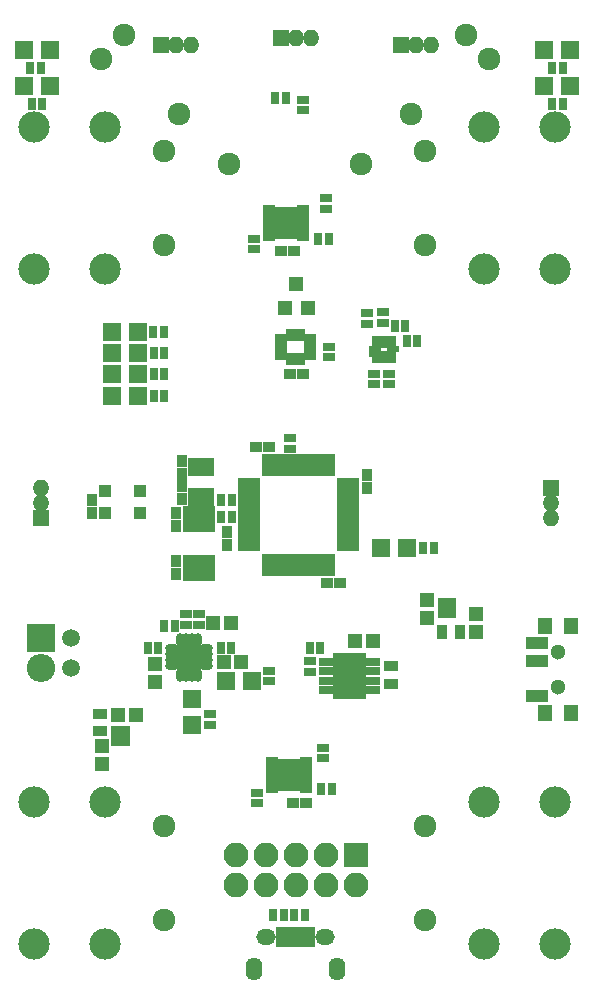
<source format=gbr>
G04 #@! TF.FileFunction,Soldermask,Top*
%FSLAX46Y46*%
G04 Gerber Fmt 4.6, Leading zero omitted, Abs format (unit mm)*
G04 Created by KiCad (PCBNEW 4.0.7-e2-6376~58~ubuntu16.04.1) date Mon Apr 16 03:32:28 2018*
%MOMM*%
%LPD*%
G01*
G04 APERTURE LIST*
%ADD10C,0.100000*%
%ADD11R,1.100000X0.650000*%
%ADD12R,1.290000X1.575000*%
%ADD13R,1.200000X1.150000*%
%ADD14R,1.000000X0.900000*%
%ADD15R,0.900000X1.000000*%
%ADD16R,1.150000X1.200000*%
%ADD17R,2.100000X2.100000*%
%ADD18O,2.100000X2.100000*%
%ADD19R,1.600000X1.600000*%
%ADD20R,1.400000X1.400000*%
%ADD21O,1.400000X1.400000*%
%ADD22R,0.800000X1.750000*%
%ADD23O,1.650000X1.350000*%
%ADD24O,1.400000X1.950000*%
%ADD25O,2.398980X2.398980*%
%ADD26R,2.398980X2.398980*%
%ADD27C,1.500000*%
%ADD28R,1.300000X0.900000*%
%ADD29R,0.900000X1.300000*%
%ADD30C,2.650000*%
%ADD31C,1.924000*%
%ADD32R,1.200000X1.300000*%
%ADD33R,1.000000X0.800000*%
%ADD34R,0.800000X1.000000*%
%ADD35C,1.300000*%
%ADD36R,1.900000X1.100000*%
%ADD37R,1.200000X1.400000*%
%ADD38R,1.050000X1.100000*%
%ADD39R,1.150000X0.750000*%
%ADD40R,1.650000X1.300000*%
%ADD41R,0.650000X1.075000*%
%ADD42R,1.075000X0.650000*%
%ADD43R,0.600000X1.000000*%
%ADD44R,1.000000X0.600000*%
%ADD45R,0.600000X0.550000*%
%ADD46R,1.873200X0.679400*%
%ADD47R,0.679400X1.873200*%
%ADD48R,0.950000X0.700000*%
%ADD49R,0.920000X0.700000*%
%ADD50O,1.150000X0.700000*%
%ADD51O,0.700000X1.150000*%
%ADD52R,1.300000X1.300000*%
%ADD53R,2.300000X1.500000*%
%ADD54R,2.800000X2.300000*%
G04 APERTURE END LIST*
D10*
D11*
X149254000Y-112300000D03*
X149254000Y-112700000D03*
X149254000Y-113100000D03*
X149254000Y-113500000D03*
X149254000Y-113900000D03*
X149254000Y-114300000D03*
X146304000Y-114300000D03*
X146304000Y-113900000D03*
X146304000Y-113500000D03*
X146304000Y-113100000D03*
X146304000Y-112700000D03*
X146304000Y-112300000D03*
X146304000Y-114700000D03*
X149254000Y-114700000D03*
D12*
X147334000Y-112912500D03*
X148224000Y-112912500D03*
X148224000Y-114087500D03*
X147334000Y-114087500D03*
D13*
X153630500Y-148844000D03*
X155130500Y-148844000D03*
D14*
X148082000Y-126238000D03*
X149182000Y-126238000D03*
X147341500Y-115824000D03*
X148441500Y-115824000D03*
X148336000Y-162560000D03*
X149436000Y-162560000D03*
D15*
X131318000Y-138049000D03*
X131318000Y-136949000D03*
X138938000Y-133604000D03*
X138938000Y-134704000D03*
X138938000Y-136842500D03*
X138938000Y-135742500D03*
X138493500Y-138049000D03*
X138493500Y-139149000D03*
X138493500Y-143192500D03*
X138493500Y-142092500D03*
D14*
X151257000Y-143954500D03*
X152357000Y-143954500D03*
D15*
X142748000Y-139658000D03*
X142748000Y-140758000D03*
D14*
X145267500Y-132461000D03*
X146367500Y-132461000D03*
D15*
X154622500Y-134810500D03*
X154622500Y-135910500D03*
D16*
X159702500Y-145415000D03*
X159702500Y-146915000D03*
X132207000Y-159297500D03*
X132207000Y-157797500D03*
X163830000Y-146582000D03*
X163830000Y-148082000D03*
D13*
X135064500Y-155130500D03*
X133564500Y-155130500D03*
D16*
X136715500Y-152312500D03*
X136715500Y-150812500D03*
D13*
X143105000Y-147320000D03*
X141605000Y-147320000D03*
X142494000Y-150685500D03*
X143994000Y-150685500D03*
D17*
X153670000Y-167005000D03*
D18*
X153670000Y-169545000D03*
X151130000Y-167005000D03*
X151130000Y-169545000D03*
X148590000Y-167005000D03*
X148590000Y-169545000D03*
X146050000Y-167005000D03*
X146050000Y-169545000D03*
X143510000Y-167005000D03*
X143510000Y-169545000D03*
D19*
X155788000Y-140970000D03*
X157988000Y-140970000D03*
X125562000Y-101854000D03*
X127762000Y-101854000D03*
X125562000Y-98806000D03*
X127762000Y-98806000D03*
X171788000Y-98806000D03*
X169588000Y-98806000D03*
X171788000Y-101854000D03*
X169588000Y-101854000D03*
X135232500Y-124460000D03*
X133032500Y-124460000D03*
X135232500Y-126301500D03*
X133032500Y-126301500D03*
X135232500Y-128143000D03*
X133032500Y-128143000D03*
X139827000Y-155956000D03*
X139827000Y-153756000D03*
X144884500Y-152273000D03*
X142684500Y-152273000D03*
D20*
X137160000Y-98425000D03*
D21*
X138430000Y-98425000D03*
X139700000Y-98425000D03*
D20*
X157480000Y-98425000D03*
D21*
X158750000Y-98425000D03*
X160020000Y-98425000D03*
D22*
X147290000Y-173910000D03*
X147940000Y-173910000D03*
X148590000Y-173910000D03*
X149240000Y-173910000D03*
X149890000Y-173910000D03*
D23*
X146090000Y-173910000D03*
X151090000Y-173910000D03*
D24*
X145090000Y-176610000D03*
X152090000Y-176610000D03*
D20*
X170180000Y-135890000D03*
D21*
X170180000Y-137160000D03*
X170180000Y-138430000D03*
D20*
X147320000Y-97790000D03*
D21*
X148590000Y-97790000D03*
X149860000Y-97790000D03*
D20*
X127000000Y-138430000D03*
D21*
X127000000Y-137160000D03*
X127000000Y-135890000D03*
D25*
X127000000Y-151130000D03*
D26*
X127000000Y-148590000D03*
D27*
X129540000Y-148590000D03*
X129540000Y-151130000D03*
D28*
X156654500Y-152527000D03*
X156654500Y-151027000D03*
D29*
X162496500Y-148082000D03*
X160996500Y-148082000D03*
D28*
X132016500Y-155015500D03*
X132016500Y-156515500D03*
D30*
X132451100Y-117353600D03*
X126451100Y-117353600D03*
D31*
X137451100Y-107353600D03*
X137451100Y-115353600D03*
D30*
X126451100Y-105353600D03*
X132451100Y-105353600D03*
X164551100Y-105353600D03*
X170551100Y-105353600D03*
D31*
X159551100Y-115353600D03*
X159551100Y-107353600D03*
D30*
X170551100Y-117353600D03*
X164551100Y-117353600D03*
X164551100Y-162503600D03*
X170551100Y-162503600D03*
D31*
X159551100Y-172503600D03*
X159551100Y-164503600D03*
D30*
X170551100Y-174503600D03*
X164551100Y-174503600D03*
X132451100Y-174503600D03*
X126451100Y-174503600D03*
D31*
X137451100Y-164503600D03*
X137451100Y-172503600D03*
D30*
X126451100Y-162503600D03*
X132451100Y-162503600D03*
D32*
X147706000Y-120650000D03*
X149606000Y-120650000D03*
X148656000Y-118650000D03*
D33*
X149796500Y-151511000D03*
X149796500Y-150611000D03*
D34*
X149796500Y-149479000D03*
X150696500Y-149479000D03*
X160274000Y-140970000D03*
X159374000Y-140970000D03*
X149352000Y-172085000D03*
X148452000Y-172085000D03*
X146685000Y-172085000D03*
X147585000Y-172085000D03*
D33*
X151384000Y-123952000D03*
X151384000Y-124852000D03*
X156464000Y-126238000D03*
X156464000Y-127138000D03*
X155194000Y-126238000D03*
X155194000Y-127138000D03*
D34*
X157988000Y-123444000D03*
X158888000Y-123444000D03*
X156972000Y-122187999D03*
X157872000Y-122187999D03*
D33*
X155956000Y-121920000D03*
X155956000Y-121020000D03*
X154600000Y-122000000D03*
X154600000Y-121100000D03*
X145034000Y-114808000D03*
X145034000Y-115708000D03*
D34*
X151384000Y-114808000D03*
X150484000Y-114808000D03*
D33*
X151130000Y-111368000D03*
X151130000Y-112268000D03*
X145288000Y-161729000D03*
X145288000Y-162629000D03*
D34*
X151638000Y-161417000D03*
X150738000Y-161417000D03*
D33*
X150876000Y-157919000D03*
X150876000Y-158819000D03*
D34*
X126238000Y-103378000D03*
X127138000Y-103378000D03*
X127000000Y-100330000D03*
X126100000Y-100330000D03*
X171196000Y-100330000D03*
X170296000Y-100330000D03*
X170296000Y-103378000D03*
X171196000Y-103378000D03*
D33*
X149225000Y-103955000D03*
X149225000Y-103055000D03*
D34*
X146870000Y-102870000D03*
X147770000Y-102870000D03*
X143203500Y-136906000D03*
X142303500Y-136906000D03*
X143198000Y-138366500D03*
X142298000Y-138366500D03*
D33*
X148082000Y-131688000D03*
X148082000Y-132588000D03*
D34*
X137483000Y-124460000D03*
X136583000Y-124460000D03*
X137477500Y-126301500D03*
X136577500Y-126301500D03*
X137477500Y-128143000D03*
X136577500Y-128143000D03*
X136080500Y-149479000D03*
X136980500Y-149479000D03*
D33*
X139319000Y-147516000D03*
X139319000Y-146616000D03*
X141351000Y-155067000D03*
X141351000Y-155967000D03*
D34*
X142240000Y-149479000D03*
X143140000Y-149479000D03*
D33*
X146367500Y-151384000D03*
X146367500Y-152284000D03*
D34*
X138372000Y-147574000D03*
X137472000Y-147574000D03*
D33*
X140398500Y-147521500D03*
X140398500Y-146621500D03*
D35*
X170815000Y-152790000D03*
X170815000Y-149790000D03*
D36*
X169055000Y-153540000D03*
X169055000Y-150540000D03*
X169055000Y-149040000D03*
D37*
X171915000Y-154940000D03*
X171915000Y-147640000D03*
X169705000Y-147640000D03*
X169705000Y-154940000D03*
D31*
X142969444Y-108477545D03*
X138726804Y-104234905D03*
X132080000Y-99568000D03*
X134059899Y-97588101D03*
X154088680Y-108477545D03*
X158331320Y-104234905D03*
X162998225Y-97588101D03*
X164978124Y-99568000D03*
D38*
X132495500Y-136149000D03*
X135445500Y-136149000D03*
X132495500Y-138049000D03*
X135445500Y-138049000D03*
D39*
X155130000Y-153035000D03*
X155130000Y-152235000D03*
X155130000Y-151435000D03*
X155130000Y-150635000D03*
X151130000Y-150635000D03*
X151130000Y-151435000D03*
X151130000Y-152235000D03*
X151130000Y-153035000D03*
D40*
X152505000Y-150485000D03*
X152505000Y-151385000D03*
X152505000Y-152285000D03*
X152505000Y-153185000D03*
X153755000Y-150485000D03*
X153755000Y-151385000D03*
X153755000Y-152285000D03*
X153755000Y-153185000D03*
D41*
X148582500Y-122943500D03*
X148082500Y-122943500D03*
X149082500Y-122943500D03*
X148082500Y-124968500D03*
X148582500Y-124968500D03*
X149082500Y-124968500D03*
D42*
X147320000Y-123206000D03*
X147320000Y-123706000D03*
X147320000Y-124206000D03*
X147320000Y-124706000D03*
X149845000Y-124706000D03*
X149845000Y-124206000D03*
X149845000Y-123706000D03*
X149845000Y-123206000D03*
D43*
X155280716Y-124832999D03*
X155680716Y-124832999D03*
X156080716Y-124832999D03*
X156480716Y-124832999D03*
X156880716Y-124832999D03*
D44*
X156880716Y-124182999D03*
D43*
X156880716Y-123532999D03*
X156480716Y-123532999D03*
X156080716Y-123532999D03*
X155680716Y-123532999D03*
X155280716Y-123532999D03*
D44*
X155280716Y-124182999D03*
D45*
X155080716Y-124607999D03*
D11*
X149508000Y-159036000D03*
X149508000Y-159436000D03*
X149508000Y-159836000D03*
X149508000Y-160236000D03*
X149508000Y-160636000D03*
X149508000Y-161036000D03*
X146558000Y-161036000D03*
X146558000Y-160636000D03*
X146558000Y-160236000D03*
X146558000Y-159836000D03*
X146558000Y-159436000D03*
X146558000Y-159036000D03*
X146558000Y-161436000D03*
X149508000Y-161436000D03*
D12*
X147588000Y-159648500D03*
X148478000Y-159648500D03*
X148478000Y-160823500D03*
X147588000Y-160823500D03*
D46*
X144623600Y-135451400D03*
X144623600Y-135951399D03*
X144623600Y-136451401D03*
X144623600Y-136951400D03*
X144623600Y-137451399D03*
X144623600Y-137951400D03*
X144623600Y-138451400D03*
X144623600Y-138951401D03*
X144623600Y-139451400D03*
X144623600Y-139951399D03*
X144623600Y-140451401D03*
X144623600Y-140951400D03*
D47*
X146090000Y-142417800D03*
X146589999Y-142417800D03*
X147090001Y-142417800D03*
X147590000Y-142417800D03*
X148089999Y-142417800D03*
X148590000Y-142417800D03*
X149090000Y-142417800D03*
X149590001Y-142417800D03*
X150090000Y-142417800D03*
X150589999Y-142417800D03*
X151090001Y-142417800D03*
X151590000Y-142417800D03*
D46*
X153056400Y-140951400D03*
X153056400Y-140451401D03*
X153056400Y-139951399D03*
X153056400Y-139451400D03*
X153056400Y-138951401D03*
X153056400Y-138451400D03*
X153056400Y-137951400D03*
X153056400Y-137451399D03*
X153056400Y-136951400D03*
X153056400Y-136451401D03*
X153056400Y-135951399D03*
X153056400Y-135451400D03*
D47*
X151590000Y-133985000D03*
X151090001Y-133985000D03*
X150589999Y-133985000D03*
X150090000Y-133985000D03*
X149590001Y-133985000D03*
X149090000Y-133985000D03*
X148590000Y-133985000D03*
X148089999Y-133985000D03*
X147590000Y-133985000D03*
X147090001Y-133985000D03*
X146589999Y-133985000D03*
X146090000Y-133985000D03*
D48*
X161050986Y-145558002D03*
D49*
X161036000Y-146058001D03*
X161036000Y-146558000D03*
X161775998Y-146558000D03*
X161775998Y-146058001D03*
X161775998Y-145558002D03*
D48*
X133428486Y-156416502D03*
D49*
X133413500Y-156916501D03*
X133413500Y-157416500D03*
X134153498Y-157416500D03*
X134153498Y-156916501D03*
X134153498Y-156416502D03*
D50*
X138098000Y-149491000D03*
X138098000Y-149991000D03*
X138098000Y-150491000D03*
X138098000Y-150991000D03*
D51*
X138823000Y-151716000D03*
X139323000Y-151716000D03*
X139823000Y-151716000D03*
X140323000Y-151716000D03*
D50*
X141048000Y-150991000D03*
X141048000Y-150491000D03*
X141048000Y-149991000D03*
X141048000Y-149491000D03*
D51*
X140323000Y-148766000D03*
X139823000Y-148766000D03*
X139323000Y-148766000D03*
X138823000Y-148766000D03*
D52*
X140023000Y-150691000D03*
X140023000Y-149791000D03*
X139123000Y-150691000D03*
X139123000Y-149791000D03*
D53*
X140589000Y-134152000D03*
X140589000Y-136652000D03*
D54*
X140398500Y-138584500D03*
X140398500Y-142684500D03*
D19*
X135250000Y-122750000D03*
X133050000Y-122750000D03*
D34*
X137450000Y-122750000D03*
X136550000Y-122750000D03*
M02*

</source>
